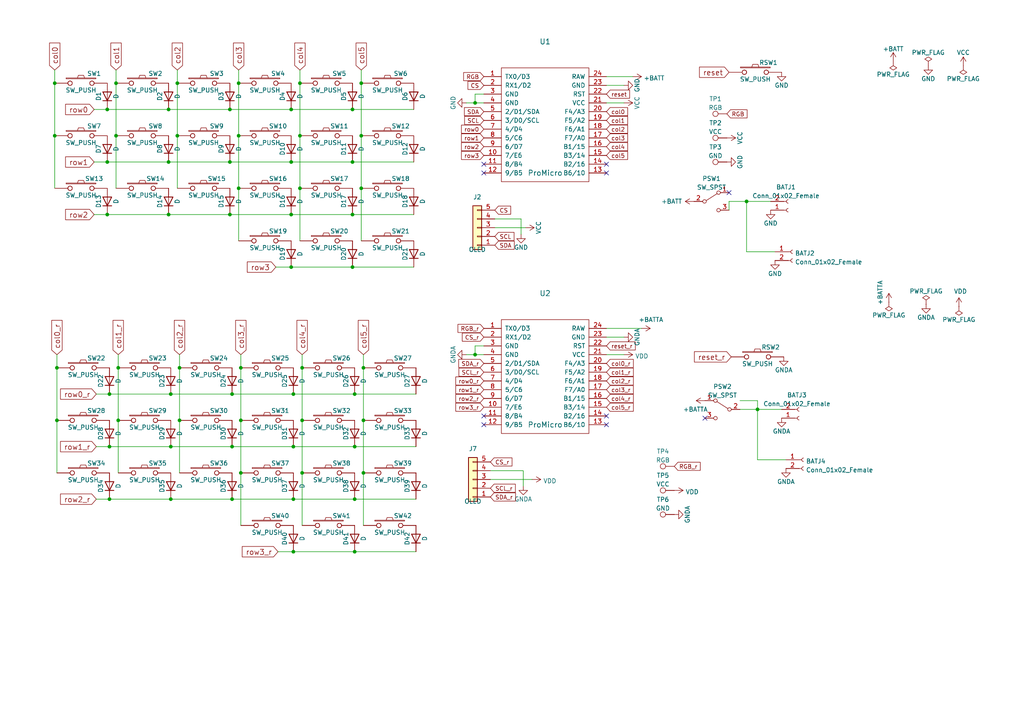
<source format=kicad_sch>
(kicad_sch (version 20231120) (generator "eeschema") (generator_version "8.0")
  (paper "A4")
  (title_block (title "Corne Light") (date "2020-10-13") (rev "2.0") (company "foostan"))
  (junction (at 86.995 39.37))
  (junction (at 87.63 121.92))
  (junction (at 66.675 46.99))
  (junction (at 31.115 62.23))
  (junction (at 52.07 121.92))
  (junction (at 49.53 114.3))
  (junction (at 31.75 129.54))
  (junction (at 219.71 118.745))
  (junction (at 49.53 144.78))
  (junction (at 137.795 102.87))
  (junction (at 105.41 137.16))
  (junction (at 102.235 31.75))
  (junction (at 51.435 24.13))
  (junction (at 48.895 62.23))
  (junction (at 67.31 114.3))
  (junction (at 85.09 160.02))
  (junction (at 48.895 31.75))
  (junction (at 66.675 31.75))
  (junction (at 31.115 31.75))
  (junction (at 86.995 24.13))
  (junction (at 33.655 24.13))
  (junction (at 87.63 106.68))
  (junction (at 33.655 39.37))
  (junction (at 87.63 137.16))
  (junction (at 105.41 121.92))
  (junction (at 102.235 46.99))
  (junction (at 102.87 144.78))
  (junction (at 102.87 160.02))
  (junction (at 31.115 46.99))
  (junction (at 104.775 54.61))
  (junction (at 85.09 114.3))
  (junction (at 67.31 129.54))
  (junction (at 84.455 31.75))
  (junction (at 84.455 77.47))
  (junction (at 34.29 106.68))
  (junction (at 84.455 62.23))
  (junction (at 102.87 114.3))
  (junction (at 66.675 62.23))
  (junction (at 69.85 121.92))
  (junction (at 69.215 54.61))
  (junction (at 31.75 114.3))
  (junction (at 102.235 62.23))
  (junction (at 69.215 39.37))
  (junction (at 102.235 77.47))
  (junction (at 15.875 39.37))
  (junction (at 34.29 121.92))
  (junction (at 67.31 144.78))
  (junction (at 102.87 129.54))
  (junction (at 51.435 39.37))
  (junction (at 49.53 129.54))
  (junction (at 86.995 54.61))
  (junction (at 69.85 137.16))
  (junction (at 15.875 24.13))
  (junction (at 216.535 58.42))
  (junction (at 105.41 106.68))
  (junction (at 52.07 106.68))
  (junction (at 16.51 106.68))
  (junction (at 31.75 144.78))
  (junction (at 84.455 46.99))
  (junction (at 85.09 144.78))
  (junction (at 104.775 39.37))
  (junction (at 69.85 106.68))
  (junction (at 16.51 121.92))
  (junction (at 85.09 129.54))
  (junction (at 104.775 24.13))
  (junction (at 137.795 29.845))
  (junction (at 69.215 24.13))
  (junction (at 48.895 46.99))
  (no_connect (at 211.455 55.88))
  (no_connect (at 175.895 47.625))
  (no_connect (at 140.335 123.19))
  (no_connect (at 175.895 123.19))
  (no_connect (at 140.335 47.625))
  (no_connect (at 140.335 50.165))
  (no_connect (at 175.895 50.165))
  (no_connect (at 140.335 120.65))
  (no_connect (at 204.47 121.285))
  (no_connect (at 175.895 120.65))
  (wire (pts (xy 104.775 54.61) (xy 104.775 69.85)))
  (wire (pts (xy 104.775 24.13) (xy 104.775 39.37)))
  (wire (pts (xy 15.875 20.32) (xy 15.875 24.13)))
  (wire (pts (xy 34.29 106.68) (xy 34.29 121.92)))
  (wire (pts (xy 27.94 129.54) (xy 31.75 129.54)))
  (wire (pts (xy 86.995 20.32) (xy 86.995 24.13)))
  (wire (pts (xy 34.29 102.87) (xy 34.29 106.68)))
  (wire (pts (xy 175.895 102.87) (xy 180.975 102.87)))
  (wire (pts (xy 69.215 54.61) (xy 69.215 69.85)))
  (wire (pts (xy 219.71 118.745) (xy 226.695 118.745)))
  (wire (pts (xy 142.24 139.065) (xy 154.305 139.065)))
  (wire (pts (xy 105.41 106.68) (xy 105.41 121.92)))
  (wire (pts (xy 49.53 129.54) (xy 67.31 129.54)))
  (wire (pts (xy 66.675 31.75) (xy 84.455 31.75)))
  (wire (pts (xy 102.87 144.78) (xy 120.65 144.78)))
  (wire (pts (xy 31.75 129.54) (xy 49.53 129.54)))
  (wire (pts (xy 48.895 46.99) (xy 66.675 46.99)))
  (wire (pts (xy 27.305 46.99) (xy 31.115 46.99)))
  (wire (pts (xy 105.41 137.16) (xy 105.41 152.4)))
  (wire (pts (xy 16.51 121.92) (xy 16.51 137.16)))
  (wire (pts (xy 31.115 62.23) (xy 48.895 62.23)))
  (wire (pts (xy 137.795 27.305) (xy 137.795 29.845)))
  (wire (pts (xy 216.535 58.42) (xy 216.535 73.025)))
  (wire (pts (xy 219.71 116.205) (xy 219.71 118.745)))
  (wire (pts (xy 102.235 62.23) (xy 120.015 62.23)))
  (wire (pts (xy 87.63 102.87) (xy 87.63 106.68)))
  (wire (pts (xy 227.965 133.35) (xy 219.71 133.35)))
  (wire (pts (xy 84.455 46.99) (xy 102.235 46.99)))
  (wire (pts (xy 135.255 29.845) (xy 137.795 29.845)))
  (wire (pts (xy 16.51 102.87) (xy 16.51 106.68)))
  (wire (pts (xy 84.455 77.47) (xy 102.235 77.47)))
  (wire (pts (xy 31.75 144.78) (xy 49.53 144.78)))
  (wire (pts (xy 175.895 22.225) (xy 183.515 22.225)))
  (wire (pts (xy 84.455 31.75) (xy 102.235 31.75)))
  (wire (pts (xy 137.795 102.87) (xy 140.335 102.87)))
  (wire (pts (xy 52.07 106.68) (xy 52.07 121.92)))
  (wire (pts (xy 33.655 24.13) (xy 33.655 39.37)))
  (wire (pts (xy 102.87 129.54) (xy 120.65 129.54)))
  (wire (pts (xy 137.795 29.845) (xy 140.335 29.845)))
  (wire (pts (xy 151.765 136.525) (xy 151.765 140.97)))
  (wire (pts (xy 69.215 20.32) (xy 69.215 24.13)))
  (wire (pts (xy 140.335 27.305) (xy 137.795 27.305)))
  (wire (pts (xy 85.09 160.02) (xy 102.87 160.02)))
  (wire (pts (xy 211.455 58.42) (xy 211.455 60.96)))
  (wire (pts (xy 175.895 95.25) (xy 186.055 95.25)))
  (wire (pts (xy 175.895 97.79) (xy 180.975 97.79)))
  (wire (pts (xy 216.535 73.025) (xy 224.79 73.025)))
  (wire (pts (xy 137.795 100.33) (xy 137.795 102.87)))
  (wire (pts (xy 85.09 144.78) (xy 102.87 144.78)))
  (wire (pts (xy 151.13 67.945) (xy 151.13 63.5)))
  (wire (pts (xy 105.41 102.87) (xy 105.41 106.68)))
  (wire (pts (xy 66.675 62.23) (xy 84.455 62.23)))
  (wire (pts (xy 175.895 29.845) (xy 180.975 29.845)))
  (wire (pts (xy 52.07 102.87) (xy 52.07 106.68)))
  (wire (pts (xy 214.63 118.745) (xy 219.71 118.745)))
  (wire (pts (xy 33.655 20.32) (xy 33.655 24.13)))
  (wire (pts (xy 27.305 62.23) (xy 31.115 62.23)))
  (wire (pts (xy 175.895 24.765) (xy 180.975 24.765)))
  (wire (pts (xy 211.455 58.42) (xy 216.535 58.42)))
  (wire (pts (xy 142.24 136.525) (xy 151.765 136.525)))
  (wire (pts (xy 67.31 144.78) (xy 85.09 144.78)))
  (wire (pts (xy 51.435 24.13) (xy 51.435 39.37)))
  (wire (pts (xy 31.115 31.75) (xy 48.895 31.75)))
  (wire (pts (xy 102.235 77.47) (xy 120.015 77.47)))
  (wire (pts (xy 219.71 133.35) (xy 219.71 118.745)))
  (wire (pts (xy 67.31 114.3) (xy 85.09 114.3)))
  (wire (pts (xy 104.775 39.37) (xy 104.775 54.61)))
  (wire (pts (xy 48.895 31.75) (xy 66.675 31.75)))
  (wire (pts (xy 51.435 20.32) (xy 51.435 24.13)))
  (wire (pts (xy 69.85 137.16) (xy 69.85 152.4)))
  (wire (pts (xy 216.535 58.42) (xy 223.52 58.42)))
  (wire (pts (xy 69.215 24.13) (xy 69.215 39.37)))
  (wire (pts (xy 140.335 100.33) (xy 137.795 100.33)))
  (wire (pts (xy 102.87 114.3) (xy 120.65 114.3)))
  (wire (pts (xy 34.29 121.92) (xy 34.29 137.16)))
  (wire (pts (xy 49.53 114.3) (xy 67.31 114.3)))
  (wire (pts (xy 105.41 121.92) (xy 105.41 137.16)))
  (wire (pts (xy 15.875 39.37) (xy 15.875 54.61)))
  (wire (pts (xy 49.53 144.78) (xy 67.31 144.78)))
  (wire (pts (xy 66.675 46.99) (xy 84.455 46.99)))
  (wire (pts (xy 15.875 24.13) (xy 15.875 39.37)))
  (wire (pts (xy 84.455 62.23) (xy 102.235 62.23)))
  (wire (pts (xy 51.435 39.37) (xy 51.435 54.61)))
  (wire (pts (xy 102.87 160.02) (xy 120.65 160.02)))
  (wire (pts (xy 135.255 102.87) (xy 137.795 102.87)))
  (wire (pts (xy 87.63 137.16) (xy 87.63 152.4)))
  (wire (pts (xy 80.01 77.47) (xy 84.455 77.47)))
  (wire (pts (xy 85.09 129.54) (xy 102.87 129.54)))
  (wire (pts (xy 86.995 24.13) (xy 86.995 39.37)))
  (wire (pts (xy 104.775 20.32) (xy 104.775 24.13)))
  (wire (pts (xy 27.305 31.75) (xy 31.115 31.75)))
  (wire (pts (xy 86.995 39.37) (xy 86.995 54.61)))
  (wire (pts (xy 31.75 114.3) (xy 49.53 114.3)))
  (wire (pts (xy 143.51 66.04) (xy 152.4 66.04)))
  (wire (pts (xy 69.85 106.68) (xy 69.85 121.92)))
  (wire (pts (xy 102.235 46.99) (xy 120.015 46.99)))
  (wire (pts (xy 27.94 144.78) (xy 31.75 144.78)))
  (wire (pts (xy 27.94 114.3) (xy 31.75 114.3)))
  (wire (pts (xy 87.63 106.68) (xy 87.63 121.92)))
  (wire (pts (xy 80.645 160.02) (xy 85.09 160.02)))
  (wire (pts (xy 69.85 102.87) (xy 69.85 106.68)))
  (wire (pts (xy 102.235 31.75) (xy 120.015 31.75)))
  (wire (pts (xy 151.13 63.5) (xy 143.51 63.5)))
  (wire (pts (xy 48.895 62.23) (xy 66.675 62.23)))
  (wire (pts (xy 214.63 116.205) (xy 219.71 116.205)))
  (wire (pts (xy 85.09 114.3) (xy 102.87 114.3)))
  (wire (pts (xy 16.51 106.68) (xy 16.51 121.92)))
  (wire (pts (xy 69.215 39.37) (xy 69.215 54.61)))
  (wire (pts (xy 31.115 46.99) (xy 48.895 46.99)))
  (wire (pts (xy 52.07 121.92) (xy 52.07 137.16)))
  (wire (pts (xy 33.655 39.37) (xy 33.655 54.61)))
  (wire (pts (xy 86.995 54.61) (xy 86.995 69.85)))
  (wire (pts (xy 69.85 121.92) (xy 69.85 137.16)))
  (wire (pts (xy 87.63 121.92) (xy 87.63 137.16)))
  (wire (pts (xy 67.31 129.54) (xy 85.09 129.54)))
  (global_label "col2_r" (shape input) (at 175.895 110.49 0) (effects (font (size 1.1938 1.1938))) (property "Intersheetrefs" "${INTERSHEET_REFS}" (effects (hide yes))))
  (global_label "RGB" (shape input) (at 210.82 33.02 0) (effects (font (size 1.1938 1.1938))) (property "Intersheetrefs" "${INTERSHEET_REFS}" (effects (hide yes))))
  (global_label "CS" (shape input) (at 143.51 60.96 0) (effects (font (size 1.1938 1.1938))) (property "Intersheetrefs" "${INTERSHEET_REFS}" (effects (hide yes))))
  (global_label "col3" (shape input) (at 69.215 20.32 90) (effects (font (size 1.524 1.524))) (property "Intersheetrefs" "${INTERSHEET_REFS}" (effects (hide yes))))
  (global_label "RGB" (shape input) (at 140.335 22.225 180) (effects (font (size 1.1938 1.1938))) (property "Intersheetrefs" "${INTERSHEET_REFS}" (effects (hide yes))))
  (global_label "col2_r" (shape input) (at 52.07 102.87 90) (effects (font (size 1.524 1.524))) (property "Intersheetrefs" "${INTERSHEET_REFS}" (effects (hide yes))))
  (global_label "row2" (shape input) (at 140.335 42.545 180) (effects (font (size 1.1938 1.1938))) (property "Intersheetrefs" "${INTERSHEET_REFS}" (effects (hide yes))))
  (global_label "SCL" (shape input) (at 143.51 68.58 0) (effects (font (size 1.1938 1.1938))) (property "Intersheetrefs" "${INTERSHEET_REFS}" (effects (hide yes))))
  (global_label "row0" (shape input) (at 27.305 31.75 180) (effects (font (size 1.524 1.524))) (property "Intersheetrefs" "${INTERSHEET_REFS}" (effects (hide yes))))
  (global_label "reset" (shape input) (at 211.455 20.955 180) (effects (font (size 1.524 1.524))) (property "Intersheetrefs" "${INTERSHEET_REFS}" (effects (hide yes))))
  (global_label "reset_r" (shape input) (at 175.895 100.33 0) (effects (font (size 1.1938 1.1938))) (property "Intersheetrefs" "${INTERSHEET_REFS}" (effects (hide yes))))
  (global_label "col0" (shape input) (at 175.895 32.385 0) (effects (font (size 1.1938 1.1938))) (property "Intersheetrefs" "${INTERSHEET_REFS}" (effects (hide yes))))
  (global_label "col3_r" (shape input) (at 69.85 102.87 90) (effects (font (size 1.524 1.524))) (property "Intersheetrefs" "${INTERSHEET_REFS}" (effects (hide yes))))
  (global_label "row3_r" (shape input) (at 140.335 118.11 180) (effects (font (size 1.1938 1.1938))) (property "Intersheetrefs" "${INTERSHEET_REFS}" (effects (hide yes))))
  (global_label "row3" (shape input) (at 80.01 77.47 180) (effects (font (size 1.524 1.524))) (property "Intersheetrefs" "${INTERSHEET_REFS}" (effects (hide yes))))
  (global_label "col2" (shape input) (at 175.895 37.465 0) (effects (font (size 1.1938 1.1938))) (property "Intersheetrefs" "${INTERSHEET_REFS}" (effects (hide yes))))
  (global_label "SCL_r" (shape input) (at 140.335 107.95 180) (effects (font (size 1.1938 1.1938))) (property "Intersheetrefs" "${INTERSHEET_REFS}" (effects (hide yes))))
  (global_label "row1_r" (shape input) (at 27.94 129.54 180) (effects (font (size 1.524 1.524))) (property "Intersheetrefs" "${INTERSHEET_REFS}" (effects (hide yes))))
  (global_label "col2" (shape input) (at 51.435 20.32 90) (effects (font (size 1.524 1.524))) (property "Intersheetrefs" "${INTERSHEET_REFS}" (effects (hide yes))))
  (global_label "col1_r" (shape input) (at 175.895 107.95 0) (effects (font (size 1.1938 1.1938))) (property "Intersheetrefs" "${INTERSHEET_REFS}" (effects (hide yes))))
  (global_label "col4" (shape input) (at 175.895 42.545 0) (effects (font (size 1.1938 1.1938))) (property "Intersheetrefs" "${INTERSHEET_REFS}" (effects (hide yes))))
  (global_label "reset_r" (shape input) (at 212.09 103.505 180) (effects (font (size 1.524 1.524))) (property "Intersheetrefs" "${INTERSHEET_REFS}" (effects (hide yes))))
  (global_label "SDA" (shape input) (at 140.335 32.385 180) (effects (font (size 1.1938 1.1938))) (property "Intersheetrefs" "${INTERSHEET_REFS}" (effects (hide yes))))
  (global_label "CS" (shape input) (at 140.335 24.765 180) (effects (font (size 1.1938 1.1938))) (property "Intersheetrefs" "${INTERSHEET_REFS}" (effects (hide yes))))
  (global_label "SDA" (shape input) (at 143.51 71.12 0) (effects (font (size 1.1938 1.1938))) (property "Intersheetrefs" "${INTERSHEET_REFS}" (effects (hide yes))))
  (global_label "col0" (shape input) (at 15.875 20.32 90) (effects (font (size 1.524 1.524))) (property "Intersheetrefs" "${INTERSHEET_REFS}" (effects (hide yes))))
  (global_label "row3" (shape input) (at 140.335 45.085 180) (effects (font (size 1.1938 1.1938))) (property "Intersheetrefs" "${INTERSHEET_REFS}" (effects (hide yes))))
  (global_label "row2_r" (shape input) (at 27.94 144.78 180) (effects (font (size 1.524 1.524))) (property "Intersheetrefs" "${INTERSHEET_REFS}" (effects (hide yes))))
  (global_label "CS_r" (shape input) (at 142.24 133.985 0) (effects (font (size 1.1938 1.1938))) (property "Intersheetrefs" "${INTERSHEET_REFS}" (effects (hide yes))))
  (global_label "col3_r" (shape input) (at 175.895 113.03 0) (effects (font (size 1.1938 1.1938))) (property "Intersheetrefs" "${INTERSHEET_REFS}" (effects (hide yes))))
  (global_label "col5_r" (shape input) (at 175.895 118.11 0) (effects (font (size 1.1938 1.1938))) (property "Intersheetrefs" "${INTERSHEET_REFS}" (effects (hide yes))))
  (global_label "row0_r" (shape input) (at 27.94 114.3 180) (effects (font (size 1.524 1.524))) (property "Intersheetrefs" "${INTERSHEET_REFS}" (effects (hide yes))))
  (global_label "col4" (shape input) (at 86.995 20.32 90) (effects (font (size 1.524 1.524))) (property "Intersheetrefs" "${INTERSHEET_REFS}" (effects (hide yes))))
  (global_label "row2" (shape input) (at 27.305 62.23 180) (effects (font (size 1.524 1.524))) (property "Intersheetrefs" "${INTERSHEET_REFS}" (effects (hide yes))))
  (global_label "CS_r" (shape input) (at 140.335 97.79 180) (effects (font (size 1.1938 1.1938))) (property "Intersheetrefs" "${INTERSHEET_REFS}" (effects (hide yes))))
  (global_label "SDA_r" (shape input) (at 140.335 105.41 180) (effects (font (size 1.1938 1.1938))) (property "Intersheetrefs" "${INTERSHEET_REFS}" (effects (hide yes))))
  (global_label "col1" (shape input) (at 33.655 20.32 90) (effects (font (size 1.524 1.524))) (property "Intersheetrefs" "${INTERSHEET_REFS}" (effects (hide yes))))
  (global_label "SCL" (shape input) (at 140.335 34.925 180) (effects (font (size 1.1938 1.1938))) (property "Intersheetrefs" "${INTERSHEET_REFS}" (effects (hide yes))))
  (global_label "col5" (shape input) (at 104.775 20.32 90) (effects (font (size 1.524 1.524))) (property "Intersheetrefs" "${INTERSHEET_REFS}" (effects (hide yes))))
  (global_label "SDA_r" (shape input) (at 142.24 144.145 0) (effects (font (size 1.1938 1.1938))) (property "Intersheetrefs" "${INTERSHEET_REFS}" (effects (hide yes))))
  (global_label "col1_r" (shape input) (at 34.29 102.87 90) (effects (font (size 1.524 1.524))) (property "Intersheetrefs" "${INTERSHEET_REFS}" (effects (hide yes))))
  (global_label "row1_r" (shape input) (at 140.335 113.03 180) (effects (font (size 1.1938 1.1938))) (property "Intersheetrefs" "${INTERSHEET_REFS}" (effects (hide yes))))
  (global_label "RGB_r" (shape input) (at 195.58 135.255 0) (effects (font (size 1.1938 1.1938))) (property "Intersheetrefs" "${INTERSHEET_REFS}" (effects (hide yes))))
  (global_label "col0_r" (shape input) (at 16.51 102.87 90) (effects (font (size 1.524 1.524))) (property "Intersheetrefs" "${INTERSHEET_REFS}" (effects (hide yes))))
  (global_label "col1" (shape input) (at 175.895 34.925 0) (effects (font (size 1.1938 1.1938))) (property "Intersheetrefs" "${INTERSHEET_REFS}" (effects (hide yes))))
  (global_label "col5" (shape input) (at 175.895 45.085 0) (effects (font (size 1.1938 1.1938))) (property "Intersheetrefs" "${INTERSHEET_REFS}" (effects (hide yes))))
  (global_label "row3_r" (shape input) (at 80.645 160.02 180) (effects (font (size 1.524 1.524))) (property "Intersheetrefs" "${INTERSHEET_REFS}" (effects (hide yes))))
  (global_label "col3" (shape input) (at 175.895 40.005 0) (effects (font (size 1.1938 1.1938))) (property "Intersheetrefs" "${INTERSHEET_REFS}" (effects (hide yes))))
  (global_label "row1" (shape input) (at 140.335 40.005 180) (effects (font (size 1.1938 1.1938))) (property "Intersheetrefs" "${INTERSHEET_REFS}" (effects (hide yes))))
  (global_label "reset" (shape input) (at 175.895 27.305 0) (effects (font (size 1.1938 1.1938))) (property "Intersheetrefs" "${INTERSHEET_REFS}" (effects (hide yes))))
  (global_label "col4_r" (shape input) (at 175.895 115.57 0) (effects (font (size 1.1938 1.1938))) (property "Intersheetrefs" "${INTERSHEET_REFS}" (effects (hide yes))))
  (global_label "col4_r" (shape input) (at 87.63 102.87 90) (effects (font (size 1.524 1.524))) (property "Intersheetrefs" "${INTERSHEET_REFS}" (effects (hide yes))))
  (global_label "row0_r" (shape input) (at 140.335 110.49 180) (effects (font (size 1.1938 1.1938))) (property "Intersheetrefs" "${INTERSHEET_REFS}" (effects (hide yes))))
  (global_label "SCL_r" (shape input) (at 142.24 141.605 0) (effects (font (size 1.1938 1.1938))) (property "Intersheetrefs" "${INTERSHEET_REFS}" (effects (hide yes))))
  (global_label "col0_r" (shape input) (at 175.895 105.41 0) (effects (font (size 1.1938 1.1938))) (property "Intersheetrefs" "${INTERSHEET_REFS}" (effects (hide yes))))
  (global_label "RGB_r" (shape input) (at 140.335 95.25 180) (effects (font (size 1.1938 1.1938))) (property "Intersheetrefs" "${INTERSHEET_REFS}" (effects (hide yes))))
  (global_label "row0" (shape input) (at 140.335 37.465 180) (effects (font (size 1.1938 1.1938))) (property "Intersheetrefs" "${INTERSHEET_REFS}" (effects (hide yes))))
  (global_label "col5_r" (shape input) (at 105.41 102.87 90) (effects (font (size 1.524 1.524))) (property "Intersheetrefs" "${INTERSHEET_REFS}" (effects (hide yes))))
  (global_label "row1" (shape input) (at 27.305 46.99 180) (effects (font (size 1.524 1.524))) (property "Intersheetrefs" "${INTERSHEET_REFS}" (effects (hide yes))))
  (global_label "row2_r" (shape input) (at 140.335 115.57 180) (effects (font (size 1.1938 1.1938))) (property "Intersheetrefs" "${INTERSHEET_REFS}" (effects (hide yes))))
  (symbol (lib_id "kbd:ProMicro") (at 158.115 36.195 0) (unit 1)
    (property "Reference" "U1" (at 158.115 12.065 0) (effects (font (size 1.524 1.524))))
    (property "Value" "ProMicro" (at 158.115 50.165 0) (effects (font (size 1.524 1.524))))
    (property "Footprint" "kbd:ProMicro_v3" (effects (hide yes)))
  )
  (symbol (lib_id "kbd:SW_PUSH") (at 41.275 24.13 0) (unit 1)
    (property "Reference" "SW2" (at 45.085 21.336 0))
    (property "Value" "SW_PUSH" (at 41.275 26.162 0))
    (property "Footprint" "ScottoKeebs_Hotswap:Hotswap_MX_1.00u" (effects (hide yes)))
  )
  (symbol (lib_id "Device:D") (at 48.895 27.94 90) (unit 1)
    (property "Reference" "D2" (at 46.355 27.94 0))
    (property "Value" "D" (at 51.435 27.94 0))
    (property "Footprint" "ScottoKeebs_Components:Diode_SOD-123" (effects (hide yes)))
  )
  (symbol (lib_id "kbd:SW_PUSH") (at 59.055 24.13 0) (unit 1)
    (property "Reference" "SW3" (at 62.865 21.336 0))
    (property "Value" "SW_PUSH" (at 59.055 26.162 0))
    (property "Footprint" "ScottoKeebs_Hotswap:Hotswap_MX_1.00u" (effects (hide yes)))
  )
  (symbol (lib_id "Device:D") (at 66.675 27.94 90) (unit 1)
    (property "Reference" "D3" (at 64.135 27.94 0))
    (property "Value" "D" (at 69.215 27.94 0))
    (property "Footprint" "ScottoKeebs_Components:Diode_SOD-123" (effects (hide yes)))
  )
  (symbol (lib_id "kbd:SW_PUSH") (at 76.835 24.13 0) (unit 1)
    (property "Reference" "SW4" (at 80.645 21.336 0))
    (property "Value" "SW_PUSH" (at 76.835 26.162 0))
    (property "Footprint" "ScottoKeebs_Hotswap:Hotswap_MX_1.00u" (effects (hide yes)))
  )
  (symbol (lib_id "kbd:SW_PUSH") (at 94.615 24.13 0) (unit 1)
    (property "Reference" "SW5" (at 98.425 21.336 0))
    (property "Value" "SW_PUSH" (at 94.615 26.162 0))
    (property "Footprint" "ScottoKeebs_Hotswap:Hotswap_MX_1.00u" (effects (hide yes)))
  )
  (symbol (lib_id "kbd:SW_PUSH") (at 112.395 24.13 0) (unit 1)
    (property "Reference" "SW6" (at 116.205 21.336 0))
    (property "Value" "SW_PUSH" (at 112.395 26.162 0))
    (property "Footprint" "ScottoKeebs_Hotswap:Hotswap_MX_1.00u" (effects (hide yes)))
  )
  (symbol (lib_id "Device:D") (at 84.455 27.94 90) (unit 1)
    (property "Reference" "D4" (at 81.915 27.94 0))
    (property "Value" "D" (at 86.995 27.94 0))
    (property "Footprint" "ScottoKeebs_Components:Diode_SOD-123" (effects (hide yes)))
  )
  (symbol (lib_id "Device:D") (at 102.235 27.94 90) (unit 1)
    (property "Reference" "D5" (at 99.695 27.94 0))
    (property "Value" "D" (at 104.775 27.94 0))
    (property "Footprint" "ScottoKeebs_Components:Diode_SOD-123" (effects (hide yes)))
  )
  (symbol (lib_id "Device:D") (at 120.015 27.94 90) (unit 1)
    (property "Reference" "D6" (at 117.475 27.94 0))
    (property "Value" "D" (at 122.555 27.94 0))
    (property "Footprint" "ScottoKeebs_Components:Diode_SOD-123" (effects (hide yes)))
  )
  (symbol (lib_id "kbd:SW_PUSH") (at 23.495 24.13 0) (unit 1)
    (property "Reference" "SW1" (at 27.305 21.336 0))
    (property "Value" "SW_PUSH" (at 23.495 26.162 0))
    (property "Footprint" "ScottoKeebs_Hotswap:Hotswap_MX_1.00u" (effects (hide yes)))
  )
  (symbol (lib_id "Device:D") (at 31.115 27.94 90) (unit 1)
    (property "Reference" "D1" (at 28.575 27.94 0))
    (property "Value" "D" (at 33.655 27.94 0))
    (property "Footprint" "ScottoKeebs_Components:Diode_SOD-123" (effects (hide yes)))
  )
  (symbol (lib_id "kbd:SW_PUSH") (at 41.275 39.37 0) (unit 1)
    (property "Reference" "SW8" (at 45.085 36.576 0))
    (property "Value" "SW_PUSH" (at 41.275 41.402 0))
    (property "Footprint" "ScottoKeebs_Hotswap:Hotswap_MX_1.00u" (effects (hide yes)))
  )
  (symbol (lib_id "Device:D") (at 48.895 43.18 90) (unit 1)
    (property "Reference" "D8" (at 46.355 43.18 0))
    (property "Value" "D" (at 51.435 43.18 0))
    (property "Footprint" "ScottoKeebs_Components:Diode_SOD-123" (effects (hide yes)))
  )
  (symbol (lib_id "kbd:SW_PUSH") (at 59.055 39.37 0) (unit 1)
    (property "Reference" "SW9" (at 62.865 36.576 0))
    (property "Value" "SW_PUSH" (at 59.055 41.402 0))
    (property "Footprint" "ScottoKeebs_Hotswap:Hotswap_MX_1.00u" (effects (hide yes)))
  )
  (symbol (lib_id "Device:D") (at 66.675 43.18 90) (unit 1)
    (property "Reference" "D9" (at 64.135 43.18 0))
    (property "Value" "D" (at 69.215 43.18 0))
    (property "Footprint" "ScottoKeebs_Components:Diode_SOD-123" (effects (hide yes)))
  )
  (symbol (lib_id "kbd:SW_PUSH") (at 76.835 39.37 0) (unit 1)
    (property "Reference" "SW10" (at 80.645 36.576 0))
    (property "Value" "SW_PUSH" (at 76.835 41.402 0))
    (property "Footprint" "ScottoKeebs_Hotswap:Hotswap_MX_1.00u" (effects (hide yes)))
  )
  (symbol (lib_id "kbd:SW_PUSH") (at 94.615 39.37 0) (unit 1)
    (property "Reference" "SW11" (at 98.425 36.576 0))
    (property "Value" "SW_PUSH" (at 94.615 41.402 0))
    (property "Footprint" "ScottoKeebs_Hotswap:Hotswap_MX_1.00u" (effects (hide yes)))
  )
  (symbol (lib_id "kbd:SW_PUSH") (at 112.395 39.37 0) (unit 1)
    (property "Reference" "SW12" (at 116.205 36.576 0))
    (property "Value" "SW_PUSH" (at 112.395 41.402 0))
    (property "Footprint" "ScottoKeebs_Hotswap:Hotswap_MX_1.00u" (effects (hide yes)))
  )
  (symbol (lib_id "Device:D") (at 84.455 43.18 90) (unit 1)
    (property "Reference" "D10" (at 81.915 43.18 0))
    (property "Value" "D" (at 86.995 43.18 0))
    (property "Footprint" "ScottoKeebs_Components:Diode_SOD-123" (effects (hide yes)))
  )
  (symbol (lib_id "Device:D") (at 102.235 43.18 90) (unit 1)
    (property "Reference" "D11" (at 99.695 43.18 0))
    (property "Value" "D" (at 104.775 43.18 0))
    (property "Footprint" "ScottoKeebs_Components:Diode_SOD-123" (effects (hide yes)))
  )
  (symbol (lib_id "Device:D") (at 120.015 43.18 90) (unit 1)
    (property "Reference" "D12" (at 117.475 43.18 0))
    (property "Value" "D" (at 122.555 43.18 0))
    (property "Footprint" "ScottoKeebs_Components:Diode_SOD-123" (effects (hide yes)))
  )
  (symbol (lib_id "kbd:SW_PUSH") (at 23.495 39.37 0) (unit 1)
    (property "Reference" "SW7" (at 27.305 36.576 0))
    (property "Value" "SW_PUSH" (at 23.495 41.402 0))
    (property "Footprint" "ScottoKeebs_Hotswap:Hotswap_MX_1.00u" (effects (hide yes)))
  )
  (symbol (lib_id "Device:D") (at 31.115 43.18 90) (unit 1)
    (property "Reference" "D7" (at 28.575 43.18 0))
    (property "Value" "D" (at 33.655 43.18 0))
    (property "Footprint" "ScottoKeebs_Components:Diode_SOD-123" (effects (hide yes)))
  )
  (symbol (lib_id "kbd:SW_PUSH") (at 41.275 54.61 0) (unit 1)
    (property "Reference" "SW14" (at 45.085 51.816 0))
    (property "Value" "SW_PUSH" (at 41.275 56.642 0))
    (property "Footprint" "ScottoKeebs_Hotswap:Hotswap_MX_1.00u" (effects (hide yes)))
  )
  (symbol (lib_id "Device:D") (at 48.895 58.42 90) (unit 1)
    (property "Reference" "D14" (at 46.355 58.42 0))
    (property "Value" "D" (at 51.435 58.42 0))
    (property "Footprint" "ScottoKeebs_Components:Diode_SOD-123" (effects (hide yes)))
  )
  (symbol (lib_id "kbd:SW_PUSH") (at 59.055 54.61 0) (unit 1)
    (property "Reference" "SW15" (at 62.865 51.816 0))
    (property "Value" "SW_PUSH" (at 59.055 56.642 0))
    (property "Footprint" "ScottoKeebs_Hotswap:Hotswap_MX_1.00u" (effects (hide yes)))
  )
  (symbol (lib_id "Device:D") (at 66.675 58.42 90) (unit 1)
    (property "Reference" "D15" (at 64.135 58.42 0))
    (property "Value" "D" (at 69.215 58.42 0))
    (property "Footprint" "ScottoKeebs_Components:Diode_SOD-123" (effects (hide yes)))
  )
  (symbol (lib_id "kbd:SW_PUSH") (at 76.835 54.61 0) (unit 1)
    (property "Reference" "SW16" (at 80.645 51.816 0))
    (property "Value" "SW_PUSH" (at 76.835 56.642 0))
    (property "Footprint" "ScottoKeebs_Hotswap:Hotswap_MX_1.00u" (effects (hide yes)))
  )
  (symbol (lib_id "kbd:SW_PUSH") (at 94.615 54.61 0) (unit 1)
    (property "Reference" "SW17" (at 98.425 51.816 0))
    (property "Value" "SW_PUSH" (at 94.615 56.642 0))
    (property "Footprint" "ScottoKeebs_Hotswap:Hotswap_MX_1.00u" (effects (hide yes)))
  )
  (symbol (lib_id "kbd:SW_PUSH") (at 112.395 54.61 0) (unit 1)
    (property "Reference" "SW18" (at 116.205 51.816 0))
    (property "Value" "SW_PUSH" (at 112.395 56.642 0))
    (property "Footprint" "ScottoKeebs_Hotswap:Hotswap_MX_1.00u" (effects (hide yes)))
  )
  (symbol (lib_id "Device:D") (at 84.455 58.42 90) (unit 1)
    (property "Reference" "D16" (at 81.915 58.42 0))
    (property "Value" "D" (at 86.995 58.42 0))
    (property "Footprint" "ScottoKeebs_Components:Diode_SOD-123" (effects (hide yes)))
  )
  (symbol (lib_id "Device:D") (at 102.235 58.42 90) (unit 1)
    (property "Reference" "D17" (at 99.695 58.42 0))
    (property "Value" "D" (at 104.775 58.42 0))
    (property "Footprint" "ScottoKeebs_Components:Diode_SOD-123" (effects (hide yes)))
  )
  (symbol (lib_id "Device:D") (at 120.015 58.42 90) (unit 1)
    (property "Reference" "D18" (at 117.475 58.42 0))
    (property "Value" "D" (at 122.555 58.42 0))
    (property "Footprint" "ScottoKeebs_Components:Diode_SOD-123" (effects (hide yes)))
  )
  (symbol (lib_id "kbd:SW_PUSH") (at 23.495 54.61 0) (unit 1)
    (property "Reference" "SW13" (at 27.305 51.816 0))
    (property "Value" "SW_PUSH" (at 23.495 56.642 0))
    (property "Footprint" "ScottoKeebs_Hotswap:Hotswap_MX_1.00u" (effects (hide yes)))
  )
  (symbol (lib_id "Device:D") (at 31.115 58.42 90) (unit 1)
    (property "Reference" "D13" (at 28.575 58.42 0))
    (property "Value" "D" (at 33.655 58.42 0))
    (property "Footprint" "ScottoKeebs_Components:Diode_SOD-123" (effects (hide yes)))
  )
  (symbol (lib_id "kbd:SW_PUSH") (at 94.615 69.85 0) (unit 1)
    (property "Reference" "SW20" (at 98.425 67.056 0))
    (property "Value" "SW_PUSH" (at 94.615 71.882 0))
    (property "Footprint" "ScottoKeebs_Hotswap:Hotswap_MX_1.00u" (effects (hide yes)))
  )
  (symbol (lib_id "Device:D") (at 102.235 73.66 90) (unit 1)
    (property "Reference" "D20" (at 99.695 73.66 0))
    (property "Value" "D" (at 104.775 73.66 0))
    (property "Footprint" "ScottoKeebs_Components:Diode_SOD-123" (effects (hide yes)))
  )
  (symbol (lib_id "kbd:SW_PUSH") (at 112.395 69.85 0) (unit 1)
    (property "Reference" "SW21" (at 116.205 67.056 0))
    (property "Value" "SW_PUSH" (at 112.395 71.882 0))
    (property "Footprint" "ScottoKeebs_Hotswap:Hotswap_MX_1.50u" (effects (hide yes)))
  )
  (symbol (lib_id "Device:D") (at 120.015 73.66 90) (unit 1)
    (property "Reference" "D21" (at 117.475 73.66 0))
    (property "Value" "D" (at 122.555 73.66 0))
    (property "Footprint" "ScottoKeebs_Components:Diode_SOD-123" (effects (hide yes)))
  )
  (symbol (lib_id "kbd:SW_PUSH") (at 76.835 69.85 0) (unit 1)
    (property "Reference" "SW19" (at 80.645 67.056 0))
    (property "Value" "SW_PUSH" (at 76.835 71.882 0))
    (property "Footprint" "ScottoKeebs_Hotswap:Hotswap_MX_1.00u" (effects (hide yes)))
  )
  (symbol (lib_id "Device:D") (at 84.455 73.66 90) (unit 1)
    (property "Reference" "D19" (at 81.915 73.66 0))
    (property "Value" "D" (at 86.995 73.66 0))
    (property "Footprint" "ScottoKeebs_Components:Diode_SOD-123" (effects (hide yes)))
  )
  (symbol (lib_id "power:GND") (at 180.975 24.765 90) (unit 1)
    (property "Reference" "#PWR03" (effects (hide yes)))
    (property "Value" "GND" (at 184.785 24.765 0))
  )
  (symbol (lib_id "power:VCC") (at 180.975 29.845 270) (unit 1)
    (property "Reference" "#PWR05" (effects (hide yes)))
    (property "Value" "VCC" (at 184.785 29.845 0))
  )
  (symbol (lib_id "power:GND") (at 135.255 29.845 270) (unit 1)
    (property "Reference" "#PWR04" (effects (hide yes)))
    (property "Value" "GND" (at 131.445 29.845 0))
  )
  (symbol (lib_id "power:GND") (at 269.24 19.05 0) (unit 1)
    (property "Reference" "#PWR01" (effects (hide yes)))
    (property "Value" "GND" (at 269.24 22.86 0))
  )
  (symbol (lib_id "power:VCC") (at 279.4 19.05 0) (unit 1)
    (property "Reference" "#PWR02" (effects (hide yes)))
    (property "Value" "VCC" (at 279.4 15.24 0))
  )
  (symbol (lib_id "power:PWR_FLAG") (at 279.4 19.05 180) (unit 1)
    (property "Reference" "#FLG02" (effects (hide yes)))
    (property "Value" "PWR_FLAG" (at 279.4 22.86 0))
  )
  (symbol (lib_id "power:PWR_FLAG") (at 269.24 19.05 0) (unit 1)
    (property "Reference" "#FLG01" (effects (hide yes)))
    (property "Value" "PWR_FLAG" (at 269.24 15.24 0))
  )
  (symbol (lib_id "kbd:SW_PUSH") (at 219.075 20.955 0) (unit 1)
    (property "Reference" "RSW1" (at 222.885 18.161 0))
    (property "Value" "SW_PUSH" (at 219.075 22.987 0))
    (property "Footprint" "Button_Switch_THT:SW_Tactile_SKHH_Angled" (effects (hide yes)))
  )
  (symbol (lib_id "power:GND") (at 226.695 20.955 0) (unit 1)
    (property "Reference" "#PWR07" (effects (hide yes)))
    (property "Value" "GND" (at 226.695 24.765 0))
  )
  (symbol (lib_id "Connector_Generic:Conn_01x05") (at 138.43 66.04 180) (unit 1)
    (property "Reference" "J2" (at 138.43 57.15 0))
    (property "Value" "OLED" (at 138.43 72.39 0))
    (property "Footprint" "nice_view:nice_view_1side" (effects (hide yes)))
  )
  (symbol (lib_id "power:GND") (at 151.13 67.945 0) (unit 1)
    (property "Reference" "#PWR019" (effects (hide yes)))
    (property "Value" "GND" (at 151.13 71.755 0))
  )
  (symbol (lib_id "power:VCC") (at 152.4 66.04 270) (unit 1)
    (property "Reference" "#PWR018" (effects (hide yes)))
    (property "Value" "VCC" (at 156.21 66.04 0))
  )
  (symbol (lib_id "kbd:ProMicro") (at 158.115 109.22 0) (unit 1)
    (property "Reference" "U2" (at 158.115 85.09 0) (effects (font (size 1.524 1.524))))
    (property "Value" "ProMicro" (at 158.115 123.19 0) (effects (font (size 1.524 1.524))))
    (property "Footprint" "kbd:ProMicro_v3" (effects (hide yes)))
  )
  (symbol (lib_id "kbd:SW_PUSH") (at 41.91 106.68 0) (unit 1)
    (property "Reference" "SW23" (at 45.72 103.886 0))
    (property "Value" "SW_PUSH" (at 41.91 108.712 0))
    (property "Footprint" "ScottoKeebs_Hotswap:Hotswap_MX_1.00u" (effects (hide yes)))
  )
  (symbol (lib_id "Device:D") (at 49.53 110.49 90) (unit 1)
    (property "Reference" "D23" (at 46.99 110.49 0))
    (property "Value" "D" (at 52.07 110.49 0))
    (property "Footprint" "ScottoKeebs_Components:Diode_SOD-123" (effects (hide yes)))
  )
  (symbol (lib_id "kbd:SW_PUSH") (at 59.69 106.68 0) (unit 1)
    (property "Reference" "SW24" (at 63.5 103.886 0))
    (property "Value" "SW_PUSH" (at 59.69 108.712 0))
    (property "Footprint" "ScottoKeebs_Hotswap:Hotswap_MX_1.00u" (effects (hide yes)))
  )
  (symbol (lib_id "Device:D") (at 67.31 110.49 90) (unit 1)
    (property "Reference" "D24" (at 64.77 110.49 0))
    (property "Value" "D" (at 69.85 110.49 0))
    (property "Footprint" "ScottoKeebs_Components:Diode_SOD-123" (effects (hide yes)))
  )
  (symbol (lib_id "kbd:SW_PUSH") (at 77.47 106.68 0) (unit 1)
    (property "Reference" "SW25" (at 81.28 103.886 0))
    (property "Value" "SW_PUSH" (at 77.47 108.712 0))
    (property "Footprint" "ScottoKeebs_Hotswap:Hotswap_MX_1.00u" (effects (hide yes)))
  )
  (symbol (lib_id "kbd:SW_PUSH") (at 95.25 106.68 0) (unit 1)
    (property "Reference" "SW26" (at 99.06 103.886 0))
    (property "Value" "SW_PUSH" (at 95.25 108.712 0))
    (property "Footprint" "ScottoKeebs_Hotswap:Hotswap_MX_1.00u" (effects (hide yes)))
  )
  (symbol (lib_id "kbd:SW_PUSH") (at 113.03 106.68 0) (unit 1)
    (property "Reference" "SW27" (at 116.84 103.886 0))
    (property "Value" "SW_PUSH" (at 113.03 108.712 0))
    (property "Footprint" "ScottoKeebs_Hotswap:Hotswap_MX_1.00u" (effects (hide yes)))
  )
  (symbol (lib_id "Device:D") (at 85.09 110.49 90) (unit 1)
    (property "Reference" "D25" (at 82.55 110.49 0))
    (property "Value" "D" (at 87.63 110.49 0))
    (property "Footprint" "ScottoKeebs_Components:Diode_SOD-123" (effects (hide yes)))
  )
  (symbol (lib_id "Device:D") (at 102.87 110.49 90) (unit 1)
    (property "Reference" "D26" (at 100.33 110.49 0))
    (property "Value" "D" (at 105.41 110.49 0))
    (property "Footprint" "ScottoKeebs_Components:Diode_SOD-123" (effects (hide yes)))
  )
  (symbol (lib_id "Device:D") (at 120.65 110.49 90) (unit 1)
    (property "Reference" "D27" (at 118.11 110.49 0))
    (property "Value" "D" (at 123.19 110.49 0))
    (property "Footprint" "ScottoKeebs_Components:Diode_SOD-123" (effects (hide yes)))
  )
  (symbol (lib_id "kbd:SW_PUSH") (at 24.13 106.68 0) (unit 1)
    (property "Reference" "SW22" (at 27.94 103.886 0))
    (property "Value" "SW_PUSH" (at 24.13 108.712 0))
    (property "Footprint" "ScottoKeebs_Hotswap:Hotswap_MX_1.00u" (effects (hide yes)))
  )
  (symbol (lib_id "Device:D") (at 31.75 110.49 90) (unit 1)
    (property "Reference" "D22" (at 29.21 110.49 0))
    (property "Value" "D" (at 34.29 110.49 0))
    (property "Footprint" "ScottoKeebs_Components:Diode_SOD-123" (effects (hide yes)))
  )
  (symbol (lib_id "kbd:SW_PUSH") (at 41.91 121.92 0) (unit 1)
    (property "Reference" "SW29" (at 45.72 119.126 0))
    (property "Value" "SW_PUSH" (at 41.91 123.952 0))
    (property "Footprint" "ScottoKeebs_Hotswap:Hotswap_MX_1.00u" (effects (hide yes)))
  )
  (symbol (lib_id "Device:D") (at 49.53 125.73 90) (unit 1)
    (property "Reference" "D29" (at 46.99 125.73 0))
    (property "Value" "D" (at 52.07 125.73 0))
    (property "Footprint" "ScottoKeebs_Components:Diode_SOD-123" (effects (hide yes)))
  )
  (symbol (lib_id "kbd:SW_PUSH") (at 59.69 121.92 0) (unit 1)
    (property "Reference" "SW30" (at 63.5 119.126 0))
    (property "Value" "SW_PUSH" (at 59.69 123.952 0))
    (property "Footprint" "ScottoKeebs_Hotswap:Hotswap_MX_1.00u" (effects (hide yes)))
  )
  (symbol (lib_id "Device:D") (at 67.31 125.73 90) (unit 1)
    (property "Reference" "D30" (at 64.77 125.73 0))
    (property "Value" "D" (at 69.85 125.73 0))
    (property "Footprint" "ScottoKeebs_Components:Diode_SOD-123" (effects (hide yes)))
  )
  (symbol (lib_id "kbd:SW_PUSH") (at 77.47 121.92 0) (unit 1)
    (property "Reference" "SW31" (at 81.28 119.126 0))
    (property "Value" "SW_PUSH" (at 77.47 123.952 0))
    (property "Footprint" "ScottoKeebs_Hotswap:Hotswap_MX_1.00u" (effects (hide yes)))
  )
  (symbol (lib_id "kbd:SW_PUSH") (at 95.25 121.92 0) (unit 1)
    (property "Reference" "SW32" (at 99.06 119.126 0))
    (property "Value" "SW_PUSH" (at 95.25 123.952 0))
    (property "Footprint" "ScottoKeebs_Hotswap:Hotswap_MX_1.00u" (effects (hide yes)))
  )
  (symbol (lib_id "kbd:SW_PUSH") (at 113.03 121.92 0) (unit 1)
    (property "Reference" "SW33" (at 116.84 119.126 0))
    (property "Value" "SW_PUSH" (at 113.03 123.952 0))
    (property "Footprint" "ScottoKeebs_Hotswap:Hotswap_MX_1.00u" (effects (hide yes)))
  )
  (symbol (lib_id "Device:D") (at 85.09 125.73 90) (unit 1)
    (property "Reference" "D31" (at 82.55 125.73 0))
    (property "Value" "D" (at 87.63 125.73 0))
    (property "Footprint" "ScottoKeebs_Components:Diode_SOD-123" (effects (hide yes)))
  )
  (symbol (lib_id "Device:D") (at 102.87 125.73 90) (unit 1)
    (property "Reference" "D32" (at 100.33 125.73 0))
    (property "Value" "D" (at 105.41 125.73 0))
    (property "Footprint" "ScottoKeebs_Components:Diode_SOD-123" (effects (hide yes)))
  )
  (symbol (lib_id "Device:D") (at 120.65 125.73 90) (unit 1)
    (property "Reference" "D33" (at 118.11 125.73 0))
    (property "Value" "D" (at 123.19 125.73 0))
    (property "Footprint" "ScottoKeebs_Components:Diode_SOD-123" (effects (hide yes)))
  )
  (symbol (lib_id "kbd:SW_PUSH") (at 24.13 121.92 0) (unit 1)
    (property "Reference" "SW28" (at 27.94 119.126 0))
    (property "Value" "SW_PUSH" (at 24.13 123.952 0))
    (property "Footprint" "ScottoKeebs_Hotswap:Hotswap_MX_1.00u" (effects (hide yes)))
  )
  (symbol (lib_id "Device:D") (at 31.75 125.73 90) (unit 1)
    (property "Reference" "D28" (at 29.21 125.73 0))
    (property "Value" "D" (at 34.29 125.73 0))
    (property "Footprint" "ScottoKeebs_Components:Diode_SOD-123" (effects (hide yes)))
  )
  (symbol (lib_id "kbd:SW_PUSH") (at 41.91 137.16 0) (unit 1)
    (property "Reference" "SW35" (at 45.72 134.366 0))
    (property "Value" "SW_PUSH" (at 41.91 139.192 0))
    (property "Footprint" "ScottoKeebs_Hotswap:Hotswap_MX_1.00u" (effects (hide yes)))
  )
  (symbol (lib_id "Device:D") (at 49.53 140.97 90) (unit 1)
    (property "Reference" "D35" (at 46.99 140.97 0))
    (property "Value" "D" (at 52.07 140.97 0))
    (property "Footprint" "ScottoKeebs_Components:Diode_SOD-123" (effects (hide yes)))
  )
  (symbol (lib_id "kbd:SW_PUSH") (at 59.69 137.16 0) (unit 1)
    (property "Reference" "SW36" (at 63.5 134.366 0))
    (property "Value" "SW_PUSH" (at 59.69 139.192 0))
    (property "Footprint" "ScottoKeebs_Hotswap:Hotswap_MX_1.00u" (effects (hide yes)))
  )
  (symbol (lib_id "Device:D") (at 67.31 140.97 90) (unit 1)
    (property "Reference" "D36" (at 64.77 140.97 0))
    (property "Value" "D" (at 69.85 140.97 0))
    (property "Footprint" "ScottoKeebs_Components:Diode_SOD-123" (effects (hide yes)))
  )
  (symbol (lib_id "kbd:SW_PUSH") (at 77.47 137.16 0) (unit 1)
    (property "Reference" "SW37" (at 81.28 134.366 0))
    (property "Value" "SW_PUSH" (at 77.47 139.192 0))
    (property "Footprint" "ScottoKeebs_Hotswap:Hotswap_MX_1.00u" (effects (hide yes)))
  )
  (symbol (lib_id "kbd:SW_PUSH") (at 95.25 137.16 0) (unit 1)
    (property "Reference" "SW38" (at 99.06 134.366 0))
    (property "Value" "SW_PUSH" (at 95.25 139.192 0))
    (property "Footprint" "ScottoKeebs_Hotswap:Hotswap_MX_1.00u" (effects (hide yes)))
  )
  (symbol (lib_id "kbd:SW_PUSH") (at 113.03 137.16 0) (unit 1)
    (property "Reference" "SW39" (at 116.84 134.366 0))
    (property "Value" "SW_PUSH" (at 113.03 139.192 0))
    (property "Footprint" "ScottoKeebs_Hotswap:Hotswap_MX_1.00u" (effects (hide yes)))
  )
  (symbol (lib_id "Device:D") (at 85.09 140.97 90) (unit 1)
    (property "Reference" "D37" (at 82.55 140.97 0))
    (property "Value" "D" (at 87.63 140.97 0))
    (property "Footprint" "ScottoKeebs_Components:Diode_SOD-123" (effects (hide yes)))
  )
  (symbol (lib_id "Device:D") (at 102.87 140.97 90) (unit 1)
    (property "Reference" "D38" (at 100.33 140.97 0))
    (property "Value" "D" (at 105.41 140.97 0))
    (property "Footprint" "ScottoKeebs_Components:Diode_SOD-123" (effects (hide yes)))
  )
  (symbol (lib_id "Device:D") (at 120.65 140.97 90) (unit 1)
    (property "Reference" "D39" (at 118.11 140.97 0))
    (property "Value" "D" (at 123.19 140.97 0))
    (property "Footprint" "ScottoKeebs_Components:Diode_SOD-123" (effects (hide yes)))
  )
  (symbol (lib_id "kbd:SW_PUSH") (at 24.13 137.16 0) (unit 1)
    (property "Reference" "SW34" (at 27.94 134.366 0))
    (property "Value" "SW_PUSH" (at 24.13 139.192 0))
    (property "Footprint" "ScottoKeebs_Hotswap:Hotswap_MX_1.00u" (effects (hide yes)))
  )
  (symbol (lib_id "Device:D") (at 31.75 140.97 90) (unit 1)
    (property "Reference" "D34" (at 29.21 140.97 0))
    (property "Value" "D" (at 34.29 140.97 0))
    (property "Footprint" "ScottoKeebs_Components:Diode_SOD-123" (effects (hide yes)))
  )
  (symbol (lib_id "kbd:SW_PUSH") (at 95.25 152.4 0) (unit 1)
    (property "Reference" "SW41" (at 99.06 149.606 0))
    (property "Value" "SW_PUSH" (at 95.25 154.432 0))
    (property "Footprint" "ScottoKeebs_Hotswap:Hotswap_MX_1.00u" (effects (hide yes)))
  )
  (symbol (lib_id "Device:D") (at 102.87 156.21 90) (unit 1)
    (property "Reference" "D41" (at 100.33 156.21 0))
    (property "Value" "D" (at 105.41 156.21 0))
    (property "Footprint" "ScottoKeebs_Components:Diode_SOD-123" (effects (hide yes)))
  )
  (symbol (lib_id "kbd:SW_PUSH") (at 113.03 152.4 0) (unit 1)
    (property "Reference" "SW42" (at 116.84 149.606 0))
    (property "Value" "SW_PUSH" (at 113.03 154.432 0))
    (property "Footprint" "ScottoKeebs_Hotswap:Hotswap_MX_1.50u" (effects (hide yes)))
  )
  (symbol (lib_id "Device:D") (at 120.65 156.21 90) (unit 1)
    (property "Reference" "D42" (at 118.11 156.21 0))
    (property "Value" "D" (at 123.19 156.21 0))
    (property "Footprint" "ScottoKeebs_Components:Diode_SOD-123" (effects (hide yes)))
  )
  (symbol (lib_id "kbd:SW_PUSH") (at 77.47 152.4 0) (unit 1)
    (property "Reference" "SW40" (at 81.28 149.606 0))
    (property "Value" "SW_PUSH" (at 77.47 154.432 0))
    (property "Footprint" "ScottoKeebs_Hotswap:Hotswap_MX_1.00u" (effects (hide yes)))
  )
  (symbol (lib_id "Device:D") (at 85.09 156.21 90) (unit 1)
    (property "Reference" "D40" (at 82.55 156.21 0))
    (property "Value" "D" (at 87.63 156.21 0))
    (property "Footprint" "ScottoKeebs_Components:Diode_SOD-123" (effects (hide yes)))
  )
  (symbol (lib_id "power:GNDA") (at 180.975 97.79 90) (unit 1)
    (property "Reference" "#PWR0101" (effects (hide yes)))
    (property "Value" "GNDA" (at 184.785 97.79 0))
  )
  (symbol (lib_id "power:GNDA") (at 135.255 102.87 270) (unit 1)
    (property "Reference" "#PWR0102" (effects (hide yes)))
    (property "Value" "GNDA" (at 131.445 102.87 0))
  )
  (symbol (lib_id "kbd:SW_PUSH") (at 219.71 103.505 0) (unit 1)
    (property "Reference" "RSW2" (at 223.52 100.711 0))
    (property "Value" "SW_PUSH" (at 219.71 105.537 0))
    (property "Footprint" "Button_Switch_THT:SW_Tactile_SKHH_Angled" (effects (hide yes)))
  )
  (symbol (lib_id "power:GNDA") (at 227.33 103.505 0) (unit 1)
    (property "Reference" "#PWR0103" (effects (hide yes)))
    (property "Value" "GNDA" (at 227.33 107.315 0))
  )
  (symbol (lib_id "Connector_Generic:Conn_01x05") (at 137.16 139.065 180) (unit 1)
    (property "Reference" "J7" (at 137.16 130.175 0))
    (property "Value" "OLED" (at 137.16 145.415 0))
    (property "Footprint" "nice_view:nice_view_1side" (effects (hide yes)))
  )
  (symbol (lib_id "power:GNDA") (at 151.765 140.97 0) (unit 1)
    (property "Reference" "#PWR0106" (effects (hide yes)))
    (property "Value" "GNDA" (at 151.765 144.78 0))
  )
  (symbol (lib_id "power:VDD") (at 180.975 102.87 270) (unit 1)
    (property "Reference" "#PWR0104" (effects (hide yes)))
    (property "Value" "VDD" (at 184.2262 103.3018 90) (effects (justify left)))
  )
  (symbol (lib_id "power:VDD") (at 154.305 139.065 270) (unit 1)
    (property "Reference" "#PWR0107" (effects (hide yes)))
    (property "Value" "VDD" (at 157.5562 139.4968 90) (effects (justify left)))
  )
  (symbol (lib_id "power:PWR_FLAG") (at 278.13 88.9 180) (unit 1)
    (property "Reference" "#FLG0101" (effects (hide yes)))
    (property "Value" "PWR_FLAG" (at 278.13 92.71 0))
  )
  (symbol (lib_id "power:VDD") (at 278.13 88.9 0) (unit 1)
    (property "Reference" "#PWR0115" (effects (hide yes)))
    (property "Value" "VDD" (at 278.5618 84.5058 0))
  )
  (symbol (lib_id "power:GNDA") (at 268.605 88.265 0) (unit 1)
    (property "Reference" "#PWR0108" (effects (hide yes)))
    (property "Value" "GNDA" (at 268.605 92.075 0))
  )
  (symbol (lib_id "power:PWR_FLAG") (at 268.605 88.265 0) (unit 1)
    (property "Reference" "#FLG0102" (effects (hide yes)))
    (property "Value" "PWR_FLAG" (at 268.605 84.455 0))
  )
  (symbol (lib_id "Connector:Conn_01x02_Female") (at 231.775 121.285 0) (mirror x) (unit 1)
    (property "Reference" "BATJ3" (at 231.14 114.588 0))
    (property "Value" "Conn_01x02_Female" (at 231.14 117.1249 0))
    (property "Footprint" "Connector_PinHeader_2.54mm:PinHeader_1x02_P2.54mm_Vertical" (effects (hide yes)))
  )
  (symbol (lib_name "+BATT_2") (lib_id "power:+BATT") (at 186.055 95.25 270) (unit 1)
    (property "Reference" "#PWRR01" (effects (hide yes)))
    (property "Value" "+BATTA" (at 192.405 92.71 90) (effects (justify right)))
  )
  (symbol (lib_id "Connector:Conn_01x02_Female") (at 228.6 60.96 0) (mirror x) (unit 1)
    (property "Reference" "BATJ1" (at 227.965 54.263 0))
    (property "Value" "Conn_01x02_Female" (at 227.965 56.7999 0))
    (property "Footprint" "Connector_PinHeader_2.54mm:PinHeader_1x02_P2.54mm_Vertical" (effects (hide yes)))
  )
  (symbol (lib_id "power:GNDA") (at 226.695 121.285 0) (unit 1)
    (property "Reference" "#PWR0105" (effects (hide yes)))
    (property "Value" "GNDA" (at 226.695 125.095 0))
  )
  (symbol (lib_id "Switch:SW_SPDT") (at 206.375 58.42 0) (unit 1)
    (property "Reference" "PSW1" (at 206.375 51.7992 0))
    (property "Value" "SW_SPST" (at 206.375 54.3361 0))
    (property "Footprint" "Button_Switch_SMD:SW_SPDT_PCM12" (effects (hide yes)))
  )
  (symbol (lib_id "Connector:TestPoint") (at 195.58 142.24 90) (unit 1)
    (property "Reference" "TP5" (at 192.278 137.9052 90))
    (property "Value" "VCC" (at 192.278 140.4421 90))
    (property "Footprint" "TestPoint:TestPoint_Pad_D1.5mm" (effects (hide yes)))
  )
  (symbol (lib_id "Switch:SW_SPDT") (at 209.55 118.745 0) (mirror y) (unit 1)
    (property "Reference" "PSW2" (at 209.55 112.1242 0))
    (property "Value" "SW_SPST" (at 209.55 114.6611 0))
    (property "Footprint" "Button_Switch_SMD:SW_SPDT_PCM12" (effects (hide yes)))
  )
  (symbol (lib_id "power:+BATT") (at 259.08 17.78 0) (unit 1)
    (property "Reference" "#PWR011" (effects (hide yes)))
    (property "Value" "+BATT" (at 259.08 14.2042 0))
  )
  (symbol (lib_id "Connector:Conn_01x02_Female") (at 233.045 133.35 0) (unit 1)
    (property "Reference" "BATJ4" (at 233.7562 133.7853 0) (effects (justify left)))
    (property "Value" "Conn_01x02_Female" (at 233.7562 136.3222 0) (effects (justify left)))
    (property "Footprint" "Connector_JST:JST_PH_S2B-PH-K_1x02_P2.00mm_Horizontal" (effects (hide yes)))
  )
  (symbol (lib_id "power:GND") (at 224.79 75.565 0) (unit 1)
    (property "Reference" "#PWR0109" (effects (hide yes)))
    (property "Value" "GND" (at 224.79 79.375 0))
  )
  (symbol (lib_name "+BATT_2") (lib_id "power:+BATT") (at 257.81 87.63 0) (unit 1)
    (property "Reference" "#PWRR03" (effects (hide yes)))
    (property "Value" "+BATTA" (at 255.27 81.28 90) (effects (justify right)))
  )
  (symbol (lib_id "Connector:TestPoint") (at 195.58 149.225 90) (unit 1)
    (property "Reference" "TP6" (at 192.278 144.8902 90))
    (property "Value" "GND" (at 192.278 147.4271 90))
    (property "Footprint" "TestPoint:TestPoint_Pad_D1.5mm" (effects (hide yes)))
  )
  (symbol (lib_id "Connector:TestPoint") (at 210.82 46.99 90) (unit 1)
    (property "Reference" "TP3" (at 207.518 42.6552 90))
    (property "Value" "GND" (at 207.518 45.1921 90))
    (property "Footprint" "TestPoint:TestPoint_Pad_D1.5mm" (effects (hide yes)))
  )
  (symbol (lib_id "power:GND") (at 223.52 60.96 0) (unit 1)
    (property "Reference" "#PWR09" (effects (hide yes)))
    (property "Value" "GND" (at 223.52 64.77 0))
  )
  (symbol (lib_id "power:VDD") (at 195.58 142.24 270) (unit 1)
    (property "Reference" "#PWR013" (effects (hide yes)))
    (property "Value" "VDD" (at 198.8312 142.6718 90) (effects (justify left)))
  )
  (symbol (lib_id "power:PWR_FLAG") (at 259.08 17.78 180) (unit 1)
    (property "Reference" "#FLG04" (effects (hide yes)))
    (property "Value" "PWR_FLAG" (at 259.08 21.59 0))
  )
  (symbol (lib_id "Connector:TestPoint") (at 195.58 135.255 90) (unit 1)
    (property "Reference" "TP4" (at 192.278 130.9202 90))
    (property "Value" "RGB" (at 192.278 133.4571 90))
    (property "Footprint" "TestPoint:TestPoint_Pad_D1.5mm" (effects (hide yes)))
  )
  (symbol (lib_name "+BATT_2") (lib_id "power:+BATT") (at 204.47 116.205 90) (unit 1)
    (property "Reference" "#PWRR02" (effects (hide yes)))
    (property "Value" "+BATTA" (at 198.12 118.745 90) (effects (justify right)))
  )
  (symbol (lib_id "Connector:TestPoint") (at 210.82 40.005 90) (unit 1)
    (property "Reference" "TP2" (at 207.518 35.6702 90))
    (property "Value" "VCC" (at 207.518 38.2071 90))
    (property "Footprint" "TestPoint:TestPoint_Pad_D1.5mm" (effects (hide yes)))
  )
  (symbol (lib_id "power:+BATT") (at 201.295 58.42 90) (unit 1)
    (property "Reference" "#PWR08" (effects (hide yes)))
    (property "Value" "+BATT" (at 191.77 58.42 90) (effects (justify right)))
  )
  (symbol (lib_id "Connector:Conn_01x02_Female") (at 229.87 73.025 0) (unit 1)
    (property "Reference" "BATJ2" (at 230.5812 73.4603 0) (effects (justify left)))
    (property "Value" "Conn_01x02_Female" (at 230.5812 75.9972 0) (effects (justify left)))
    (property "Footprint" "Connector_JST:JST_PH_S2B-PH-K_1x02_P2.00mm_Horizontal" (effects (hide yes)))
  )
  (symbol (lib_id "power:GNDA") (at 227.965 135.89 0) (unit 1)
    (property "Reference" "#PWR0110" (effects (hide yes)))
    (property "Value" "GNDA" (at 227.965 139.7 0))
  )
  (symbol (lib_id "power:GND") (at 210.82 46.99 90) (unit 1)
    (property "Reference" "#PWR012" (effects (hide yes)))
    (property "Value" "GND" (at 214.63 46.99 0))
  )
  (symbol (lib_id "power:PWR_FLAG") (at 257.81 87.63 180) (unit 1)
    (property "Reference" "#FLG03" (effects (hide yes)))
    (property "Value" "PWR_FLAG" (at 257.81 91.44 0))
  )
  (symbol (lib_id "power:+BATT") (at 183.515 22.225 270) (unit 1)
    (property "Reference" "#PWR06" (effects (hide yes)))
    (property "Value" "+BATT" (at 186.69 22.6588 90) (effects (justify left)))
  )
  (symbol (lib_id "power:GNDA") (at 195.58 149.225 90) (unit 1)
    (property "Reference" "#PWR014" (effects (hide yes)))
    (property "Value" "GNDA" (at 199.39 149.225 0))
  )
  (symbol (lib_id "Connector:TestPoint") (at 210.82 33.02 90) (unit 1)
    (property "Reference" "TP1" (at 207.518 28.6852 90))
    (property "Value" "RGB" (at 207.518 31.2221 90))
    (property "Footprint" "TestPoint:TestPoint_Pad_D1.5mm" (effects (hide yes)))
  )
  (symbol (lib_id "power:VCC") (at 210.82 40.005 270) (unit 1)
    (property "Reference" "#PWR010" (effects (hide yes)))
    (property "Value" "VCC" (at 214.63 40.005 0))
  )
)
</source>
